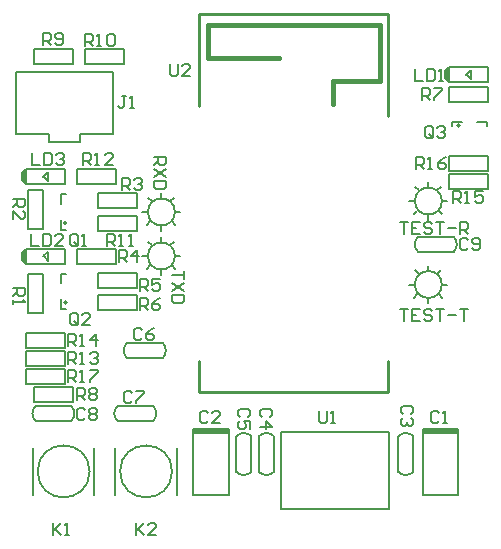
<source format=gto>
%FSLAX25Y25*%
%MOIN*%
G70*
G01*
G75*
G04 Layer_Color=65535*
%ADD10R,0.03500X0.03000*%
%ADD11R,0.02362X0.04299*%
%ADD12R,0.03000X0.03500*%
%ADD13R,0.04299X0.02362*%
%ADD14R,0.09843X0.04724*%
%ADD15R,0.11811X0.23622*%
%ADD16R,0.15748X0.06000*%
%ADD17R,0.03937X0.03937*%
%ADD18R,0.03937X0.03937*%
%ADD19R,0.05709X0.02756*%
%ADD20C,0.03000*%
%ADD21C,0.01000*%
%ADD22C,0.05000*%
%ADD23C,0.02500*%
%ADD24C,0.02000*%
%ADD25C,0.06000*%
%ADD26R,0.10000X0.16933*%
%ADD27C,0.05512*%
%ADD28C,0.06000*%
%ADD29R,0.06000X0.06000*%
%ADD30C,0.02500*%
%ADD31C,0.00500*%
%ADD32C,0.00787*%
%ADD33C,0.00600*%
%ADD34C,0.00800*%
%ADD35C,0.01500*%
%ADD36R,0.11811X0.01300*%
D21*
X136181Y49654D02*
Y59841D01*
X73189Y49654D02*
Y59841D01*
X136181Y141625D02*
Y159890D01*
X73189Y145033D02*
Y175638D01*
X136181D01*
X73189Y49654D02*
X136181D01*
Y159890D02*
Y175638D01*
D31*
X160000Y138543D02*
G03*
X160000Y138543I-500J0D01*
G01*
X30475Y40025D02*
G03*
X30475Y44975I-2475J2475D01*
G01*
X18525D02*
G03*
X18525Y40025I2475J-2475D01*
G01*
X45825Y44975D02*
G03*
X45825Y40025I2475J-2475D01*
G01*
X57775D02*
G03*
X57775Y44975I-2475J2475D01*
G01*
X49025Y65975D02*
G03*
X49025Y61025I2475J-2475D01*
G01*
X60975D02*
G03*
X60975Y65975I-2475J2475D01*
G01*
X90475Y34975D02*
G03*
X85525Y34975I-2475J-2475D01*
G01*
Y23025D02*
G03*
X90475Y23025I2475J2475D01*
G01*
X97975Y34975D02*
G03*
X93025Y34975I-2475J-2475D01*
G01*
Y23025D02*
G03*
X97975Y23025I2475J2475D01*
G01*
X144475Y34975D02*
G03*
X139525Y34975I-2475J-2475D01*
G01*
Y23025D02*
G03*
X144475Y23025I2475J2475D01*
G01*
X28957Y79500D02*
G03*
X28957Y79500I-500J0D01*
G01*
Y106000D02*
G03*
X28957Y106000I-500J0D01*
G01*
X36575Y23205D02*
G03*
X36575Y23205I-8661J0D01*
G01*
X64075D02*
G03*
X64075Y23205I-8661J0D01*
G01*
X146025Y101408D02*
G03*
X146025Y96458I2475J-2475D01*
G01*
X157975D02*
G03*
X157975Y101408I-2475J2475D01*
G01*
X155115Y156615D02*
X156358Y157858D01*
Y153000D02*
Y157858D01*
X155456Y156754D02*
X155929Y157227D01*
X155456Y153894D02*
X155929Y153421D01*
X156350Y153000D01*
X155929Y153421D02*
Y157227D01*
X155456Y153894D02*
Y156754D01*
X156500Y153000D02*
Y158000D01*
X169500Y153000D02*
Y158000D01*
X156500Y153000D02*
X169500D01*
X156500Y158000D02*
X169500D01*
X163673Y153963D02*
Y156963D01*
X162194Y155462D02*
X163673Y156941D01*
X162260Y155395D02*
X163673Y153982D01*
X156350Y153000D02*
X156500D01*
X155115Y154235D02*
X156350Y153000D01*
X155115Y154235D02*
Y156615D01*
X156500Y123500D02*
Y128500D01*
X169500Y123500D02*
Y128500D01*
X156500Y123500D02*
X169500D01*
X156500Y128500D02*
X169500D01*
Y117500D02*
Y122500D01*
X156500Y117500D02*
Y122500D01*
X169500D01*
X156500Y117500D02*
X169500D01*
X157335Y138224D02*
Y139799D01*
X160628D01*
X169146Y138224D02*
Y139799D01*
X165852D02*
X169146D01*
X156500Y151500D02*
X169500D01*
X156500Y146500D02*
X169500D01*
Y151500D01*
X156500Y146500D02*
Y151500D01*
X14115Y122615D02*
X15358Y123858D01*
Y119000D02*
Y123858D01*
X14456Y122754D02*
X14929Y123227D01*
X14456Y119894D02*
X14929Y119421D01*
X15350Y119000D01*
X14929Y119421D02*
Y123227D01*
X14456Y119894D02*
Y122754D01*
X15500Y119000D02*
Y124000D01*
X28500Y119000D02*
Y124000D01*
X15500Y119000D02*
X28500D01*
X15500Y124000D02*
X28500D01*
X22673Y119963D02*
Y122963D01*
X21193Y121461D02*
X22673Y122941D01*
X21260Y121395D02*
X22673Y119982D01*
X15350Y119000D02*
X15500D01*
X14115Y120235D02*
X15350Y119000D01*
X14115Y120235D02*
Y122615D01*
Y96115D02*
X15358Y97358D01*
Y92500D02*
Y97358D01*
X14456Y96254D02*
X14929Y96727D01*
X14456Y93394D02*
X14929Y92921D01*
X15350Y92500D01*
X14929Y92921D02*
Y96727D01*
X14456Y93394D02*
Y96254D01*
X15500Y92500D02*
Y97500D01*
X28500Y92500D02*
Y97500D01*
X15500Y92500D02*
X28500D01*
X15500Y97500D02*
X28500D01*
X22673Y93463D02*
Y96463D01*
X21193Y94962D02*
X22673Y96441D01*
X21260Y94895D02*
X22673Y93482D01*
X15350Y92500D02*
X15500D01*
X14115Y93735D02*
X15350Y92500D01*
X14115Y93735D02*
Y96115D01*
X32500Y124000D02*
X45500D01*
X32500Y119000D02*
X45500D01*
Y124000D01*
X32500Y119000D02*
Y124000D01*
Y97500D02*
X45500D01*
X32500Y92500D02*
X45500D01*
Y97500D01*
X32500Y92500D02*
Y97500D01*
X35000Y164100D02*
X48000D01*
X35000Y159100D02*
X48000D01*
Y164100D01*
X35000Y159100D02*
Y164100D01*
X18000Y159100D02*
X31000D01*
X18000Y164100D02*
X31000D01*
X18000Y159100D02*
Y164100D01*
X31000Y159100D02*
Y164100D01*
X18000Y46500D02*
X31000D01*
X18000Y51500D02*
X31000D01*
X18000Y46500D02*
Y51500D01*
X31000Y46500D02*
Y51500D01*
X39500Y82000D02*
X52500D01*
X39500Y77000D02*
X52500D01*
Y82000D01*
X39500Y77000D02*
Y82000D01*
Y89500D02*
X52500D01*
X39500Y84500D02*
X52500D01*
Y89500D01*
X39500Y84500D02*
Y89500D01*
Y108500D02*
X52500D01*
X39500Y103500D02*
X52500D01*
Y108500D01*
X39500Y103500D02*
Y108500D01*
Y116000D02*
X52500D01*
X39500Y111000D02*
X52500D01*
Y116000D01*
X39500Y111000D02*
Y116000D01*
X21000Y104000D02*
Y117000D01*
X16000Y104000D02*
Y117000D01*
Y104000D02*
X21000D01*
X16000Y117000D02*
X21000D01*
X16000Y76000D02*
Y89000D01*
X21000Y76000D02*
Y89000D01*
X16000D02*
X21000D01*
X16000Y76000D02*
X21000D01*
X18600Y45000D02*
X30400D01*
X18600Y40000D02*
X30400D01*
X45900D02*
X57700D01*
X45900Y45000D02*
X57700D01*
X49100Y61000D02*
X60900D01*
X49100Y66000D02*
X60900D01*
X85500Y23100D02*
Y34900D01*
X90500Y23100D02*
Y34900D01*
X93000Y23100D02*
Y34900D01*
X98000Y23100D02*
Y34900D01*
X139500Y23100D02*
Y34900D01*
X144500Y23100D02*
Y34900D01*
X100331Y10800D02*
X136531D01*
Y36200D01*
X100331Y10800D02*
Y36200D01*
X136531D01*
X27201Y77335D02*
X28776D01*
X27201D02*
Y80628D01*
Y89146D02*
X28776D01*
X27201Y85852D02*
Y89146D01*
Y103835D02*
X28776D01*
X27201D02*
Y107128D01*
Y115646D02*
X28776D01*
X27201Y112352D02*
Y115646D01*
X15500Y64500D02*
X28500D01*
X15500Y69500D02*
X28500D01*
X15500Y64500D02*
Y69500D01*
X28500Y64500D02*
Y69500D01*
X15500Y58500D02*
X28500D01*
X15500Y63500D02*
X28500D01*
X15500Y58500D02*
Y63500D01*
X28500Y58500D02*
Y63500D01*
X146100Y96433D02*
X157900D01*
X146100Y101433D02*
X157900D01*
X15500Y52500D02*
X28500D01*
X15500Y57500D02*
X28500D01*
X15500Y52500D02*
Y57500D01*
X28500Y52500D02*
Y57500D01*
D32*
X65000Y95000D02*
G03*
X65000Y95000I-4489J0D01*
G01*
Y109700D02*
G03*
X65000Y109700I-4489J0D01*
G01*
X154000Y85500D02*
G03*
X154000Y85500I-4489J0D01*
G01*
Y113300D02*
G03*
X154000Y113300I-4489J0D01*
G01*
X12094Y156218D02*
X44378D01*
Y135746D02*
Y156218D01*
X33354Y135746D02*
X44378D01*
X33354Y132990D02*
Y135746D01*
X23118Y132990D02*
X33354D01*
X23118D02*
Y135746D01*
X12094D02*
X23118D01*
X12094D02*
Y156218D01*
X63943Y91850D02*
X65124Y90669D01*
X55676D02*
X56857Y91850D01*
X56069Y99724D02*
X57250Y98543D01*
X63550D02*
X64731Y99724D01*
X60400Y88701D02*
Y90276D01*
Y99724D02*
Y101299D01*
X65124Y95000D02*
X66699D01*
X54101D02*
X55676D01*
X63943Y106550D02*
X65124Y105369D01*
X55676D02*
X56857Y106550D01*
X56069Y114424D02*
X57250Y113243D01*
X63550D02*
X64731Y114424D01*
X60400Y103401D02*
Y104976D01*
Y114424D02*
Y115999D01*
X65124Y109700D02*
X66699D01*
X54101D02*
X55676D01*
X152943Y82350D02*
X154124Y81169D01*
X144676D02*
X145857Y82350D01*
X145069Y90224D02*
X146250Y89043D01*
X152550D02*
X153731Y90224D01*
X149400Y79201D02*
Y80776D01*
Y90224D02*
Y91799D01*
X154124Y85500D02*
X155699D01*
X143101D02*
X144676D01*
X152943Y110150D02*
X154124Y108969D01*
X144676D02*
X145857Y110150D01*
X145069Y118024D02*
X146250Y116843D01*
X152550D02*
X153731Y118024D01*
X149400Y107001D02*
Y108576D01*
Y118024D02*
Y119599D01*
X154124Y113300D02*
X155699D01*
X143101D02*
X144676D01*
D33*
X71095Y37300D02*
X82906D01*
X71095Y35900D02*
X82906D01*
Y15200D02*
Y37300D01*
X71095Y15200D02*
X82906D01*
X71095D02*
Y37300D01*
X147594D02*
X159406D01*
X147594Y35900D02*
X159406D01*
Y15200D02*
Y37300D01*
X147594Y15200D02*
X159406D01*
X147594D02*
Y37300D01*
X145500Y124000D02*
Y127999D01*
X147499D01*
X148166Y127332D01*
Y125999D01*
X147499Y125333D01*
X145500D01*
X146833D02*
X148166Y124000D01*
X149499D02*
X150832D01*
X150165D01*
Y127999D01*
X149499Y127332D01*
X155497Y127999D02*
X154164Y127332D01*
X152831Y125999D01*
Y124667D01*
X153497Y124000D01*
X154830D01*
X155497Y124667D01*
Y125333D01*
X154830Y125999D01*
X152831D01*
X157600Y112600D02*
Y116599D01*
X159599D01*
X160266Y115932D01*
Y114599D01*
X159599Y113933D01*
X157600D01*
X158933D02*
X160266Y112600D01*
X161599D02*
X162932D01*
X162265D01*
Y116599D01*
X161599Y115932D01*
X167597Y116599D02*
X164931D01*
Y114599D01*
X166264Y115266D01*
X166930D01*
X167597Y114599D01*
Y113267D01*
X166930Y112600D01*
X165597D01*
X164931Y113267D01*
X151166Y135167D02*
Y137832D01*
X150499Y138499D01*
X149167D01*
X148500Y137832D01*
Y135167D01*
X149167Y134500D01*
X150499D01*
X149833Y135833D02*
X151166Y134500D01*
X150499D02*
X151166Y135167D01*
X152499Y137832D02*
X153165Y138499D01*
X154498D01*
X155165Y137832D01*
Y137166D01*
X154498Y136499D01*
X153832D01*
X154498D01*
X155165Y135833D01*
Y135167D01*
X154498Y134500D01*
X153165D01*
X152499Y135167D01*
X48666Y148499D02*
X47333D01*
X47999D01*
Y145167D01*
X47333Y144500D01*
X46666D01*
X46000Y145167D01*
X49999Y144500D02*
X51332D01*
X50665D01*
Y148499D01*
X49999Y147832D01*
X63500Y158999D02*
Y155666D01*
X64166Y155000D01*
X65499D01*
X66166Y155666D01*
Y158999D01*
X70165Y155000D02*
X67499D01*
X70165Y157666D01*
Y158332D01*
X69498Y158999D01*
X68165D01*
X67499Y158332D01*
X113000Y43499D02*
Y40166D01*
X113666Y39500D01*
X114999D01*
X115666Y40166D01*
Y43499D01*
X116999Y39500D02*
X118332D01*
X117665D01*
Y43499D01*
X116999Y42832D01*
X140000Y106499D02*
X142666D01*
X141333D01*
Y102500D01*
X146665Y106499D02*
X143999D01*
Y102500D01*
X146665D01*
X143999Y104499D02*
X145332D01*
X150663Y105832D02*
X149997Y106499D01*
X148664D01*
X147997Y105832D01*
Y105166D01*
X148664Y104499D01*
X149997D01*
X150663Y103833D01*
Y103166D01*
X149997Y102500D01*
X148664D01*
X147997Y103166D01*
X151996Y106499D02*
X154662D01*
X153329D01*
Y102500D01*
X155995Y104499D02*
X158661D01*
X159994Y102500D02*
Y106499D01*
X161993D01*
X162659Y105832D01*
Y104499D01*
X161993Y103833D01*
X159994D01*
X161326D02*
X162659Y102500D01*
X140000Y77499D02*
X142666D01*
X141333D01*
Y73500D01*
X146665Y77499D02*
X143999D01*
Y73500D01*
X146665D01*
X143999Y75499D02*
X145332D01*
X150663Y76832D02*
X149997Y77499D01*
X148664D01*
X147997Y76832D01*
Y76166D01*
X148664Y75499D01*
X149997D01*
X150663Y74833D01*
Y74166D01*
X149997Y73500D01*
X148664D01*
X147997Y74166D01*
X151996Y77499D02*
X154662D01*
X153329D01*
Y73500D01*
X155995Y75499D02*
X158661D01*
X159994Y77499D02*
X162659D01*
X161326D01*
Y73500D01*
X58000Y128000D02*
X61999D01*
Y126001D01*
X61332Y125334D01*
X59999D01*
X59333Y126001D01*
Y128000D01*
Y126667D02*
X58000Y125334D01*
X61999Y124001D02*
X58000Y121335D01*
X61999D02*
X58000Y124001D01*
X61999Y120003D02*
X58000D01*
Y118003D01*
X58666Y117337D01*
X61332D01*
X61999Y118003D01*
Y120003D01*
X67999Y90000D02*
Y87334D01*
Y88667D01*
X64000D01*
X67999Y86001D02*
X64000Y83336D01*
X67999D02*
X64000Y86001D01*
X67999Y82003D02*
X64000D01*
Y80003D01*
X64666Y79337D01*
X67332D01*
X67999Y80003D01*
Y82003D01*
X29500Y65000D02*
Y68999D01*
X31499D01*
X32166Y68332D01*
Y66999D01*
X31499Y66333D01*
X29500D01*
X30833D02*
X32166Y65000D01*
X33499D02*
X34832D01*
X34165D01*
Y68999D01*
X33499Y68332D01*
X38830Y65000D02*
Y68999D01*
X36831Y66999D01*
X39497D01*
X29500Y59000D02*
Y62999D01*
X31499D01*
X32166Y62332D01*
Y60999D01*
X31499Y60333D01*
X29500D01*
X30833D02*
X32166Y59000D01*
X33499D02*
X34832D01*
X34165D01*
Y62999D01*
X33499Y62332D01*
X36831D02*
X37497Y62999D01*
X38830D01*
X39497Y62332D01*
Y61666D01*
X38830Y60999D01*
X38164D01*
X38830D01*
X39497Y60333D01*
Y59666D01*
X38830Y59000D01*
X37497D01*
X36831Y59666D01*
X34500Y125500D02*
Y129499D01*
X36499D01*
X37166Y128832D01*
Y127499D01*
X36499Y126833D01*
X34500D01*
X35833D02*
X37166Y125500D01*
X38499D02*
X39832D01*
X39165D01*
Y129499D01*
X38499Y128832D01*
X44497Y125500D02*
X41831D01*
X44497Y128166D01*
Y128832D01*
X43830Y129499D01*
X42497D01*
X41831Y128832D01*
X46500Y93000D02*
Y96999D01*
X48499D01*
X49166Y96332D01*
Y94999D01*
X48499Y94333D01*
X46500D01*
X47833D02*
X49166Y93000D01*
X52498D02*
Y96999D01*
X50499Y94999D01*
X53164D01*
X35000Y165000D02*
Y168999D01*
X36999D01*
X37666Y168332D01*
Y166999D01*
X36999Y166333D01*
X35000D01*
X36333D02*
X37666Y165000D01*
X38999D02*
X40332D01*
X39665D01*
Y168999D01*
X38999Y168332D01*
X42331D02*
X42997Y168999D01*
X44330D01*
X44997Y168332D01*
Y165666D01*
X44330Y165000D01*
X42997D01*
X42331Y165666D01*
Y168332D01*
X21000Y165500D02*
Y169499D01*
X22999D01*
X23666Y168832D01*
Y167499D01*
X22999Y166833D01*
X21000D01*
X22333D02*
X23666Y165500D01*
X24999Y166166D02*
X25665Y165500D01*
X26998D01*
X27665Y166166D01*
Y168832D01*
X26998Y169499D01*
X25665D01*
X24999Y168832D01*
Y168166D01*
X25665Y167499D01*
X27665D01*
X32500Y47000D02*
Y50999D01*
X34499D01*
X35166Y50332D01*
Y48999D01*
X34499Y48333D01*
X32500D01*
X33833D02*
X35166Y47000D01*
X36499Y50332D02*
X37165Y50999D01*
X38498D01*
X39165Y50332D01*
Y49666D01*
X38498Y48999D01*
X39165Y48333D01*
Y47666D01*
X38498Y47000D01*
X37165D01*
X36499Y47666D01*
Y48333D01*
X37165Y48999D01*
X36499Y49666D01*
Y50332D01*
X37165Y48999D02*
X38498D01*
X147500Y147000D02*
Y150999D01*
X149499D01*
X150166Y150332D01*
Y148999D01*
X149499Y148333D01*
X147500D01*
X148833D02*
X150166Y147000D01*
X151499Y150999D02*
X154165D01*
Y150332D01*
X151499Y147667D01*
Y147000D01*
X53500Y77000D02*
Y80999D01*
X55499D01*
X56166Y80332D01*
Y78999D01*
X55499Y78333D01*
X53500D01*
X54833D02*
X56166Y77000D01*
X60164Y80999D02*
X58832Y80332D01*
X57499Y78999D01*
Y77666D01*
X58165Y77000D01*
X59498D01*
X60164Y77666D01*
Y78333D01*
X59498Y78999D01*
X57499D01*
X53500Y83500D02*
Y87499D01*
X55499D01*
X56166Y86832D01*
Y85499D01*
X55499Y84833D01*
X53500D01*
X54833D02*
X56166Y83500D01*
X60164Y87499D02*
X57499D01*
Y85499D01*
X58832Y86166D01*
X59498D01*
X60164Y85499D01*
Y84166D01*
X59498Y83500D01*
X58165D01*
X57499Y84166D01*
X42500Y98500D02*
Y102499D01*
X44499D01*
X45166Y101832D01*
Y100499D01*
X44499Y99833D01*
X42500D01*
X43833D02*
X45166Y98500D01*
X46499D02*
X47832D01*
X47165D01*
Y102499D01*
X46499Y101832D01*
X49831Y98500D02*
X51164D01*
X50497D01*
Y102499D01*
X49831Y101832D01*
X47500Y117000D02*
Y120999D01*
X49499D01*
X50166Y120332D01*
Y118999D01*
X49499Y118333D01*
X47500D01*
X48833D02*
X50166Y117000D01*
X51499Y120332D02*
X52165Y120999D01*
X53498D01*
X54164Y120332D01*
Y119666D01*
X53498Y118999D01*
X52832D01*
X53498D01*
X54164Y118333D01*
Y117666D01*
X53498Y117000D01*
X52165D01*
X51499Y117666D01*
X11000Y114000D02*
X14999D01*
Y112001D01*
X14332Y111334D01*
X12999D01*
X12333Y112001D01*
Y114000D01*
Y112667D02*
X11000Y111334D01*
Y107335D02*
Y110001D01*
X13666Y107335D01*
X14332D01*
X14999Y108002D01*
Y109335D01*
X14332Y110001D01*
X11000Y84500D02*
X14999D01*
Y82501D01*
X14332Y81834D01*
X12999D01*
X12333Y82501D01*
Y84500D01*
Y83167D02*
X11000Y81834D01*
Y80501D02*
Y79168D01*
Y79835D01*
X14999D01*
X14332Y80501D01*
X32666Y72666D02*
Y75332D01*
X31999Y75999D01*
X30666D01*
X30000Y75332D01*
Y72666D01*
X30666Y72000D01*
X31999D01*
X31333Y73333D02*
X32666Y72000D01*
X31999D02*
X32666Y72666D01*
X36665Y72000D02*
X33999D01*
X36665Y74666D01*
Y75332D01*
X35998Y75999D01*
X34665D01*
X33999Y75332D01*
X32666Y99166D02*
Y101832D01*
X31999Y102499D01*
X30666D01*
X30000Y101832D01*
Y99166D01*
X30666Y98500D01*
X31999D01*
X31333Y99833D02*
X32666Y98500D01*
X31999D02*
X32666Y99166D01*
X33999Y98500D02*
X35332D01*
X34665D01*
Y102499D01*
X33999Y101832D01*
X17500Y129499D02*
Y125500D01*
X20166D01*
X21499Y129499D02*
Y125500D01*
X23498D01*
X24164Y126166D01*
Y128832D01*
X23498Y129499D01*
X21499D01*
X25497Y128832D02*
X26164Y129499D01*
X27497D01*
X28163Y128832D01*
Y128166D01*
X27497Y127499D01*
X26830D01*
X27497D01*
X28163Y126833D01*
Y126166D01*
X27497Y125500D01*
X26164D01*
X25497Y126166D01*
X17000Y102499D02*
Y98500D01*
X19666D01*
X20999Y102499D02*
Y98500D01*
X22998D01*
X23664Y99166D01*
Y101832D01*
X22998Y102499D01*
X20999D01*
X27663Y98500D02*
X24997D01*
X27663Y101166D01*
Y101832D01*
X26997Y102499D01*
X25664D01*
X24997Y101832D01*
X145000Y157499D02*
Y153500D01*
X147666D01*
X148999Y157499D02*
Y153500D01*
X150998D01*
X151664Y154166D01*
Y156832D01*
X150998Y157499D01*
X148999D01*
X152997Y153500D02*
X154330D01*
X153664D01*
Y157499D01*
X152997Y156832D01*
X52000Y5999D02*
Y2000D01*
Y3333D01*
X54666Y5999D01*
X52666Y3999D01*
X54666Y2000D01*
X58665D02*
X55999D01*
X58665Y4666D01*
Y5332D01*
X57998Y5999D01*
X56665D01*
X55999Y5332D01*
X24500Y5999D02*
Y2000D01*
Y3333D01*
X27166Y5999D01*
X25166Y3999D01*
X27166Y2000D01*
X28499D02*
X29832D01*
X29165D01*
Y5999D01*
X28499Y5332D01*
X162666Y100332D02*
X161999Y100999D01*
X160667D01*
X160000Y100332D01*
Y97666D01*
X160667Y97000D01*
X161999D01*
X162666Y97666D01*
X163999D02*
X164665Y97000D01*
X165998D01*
X166665Y97666D01*
Y100332D01*
X165998Y100999D01*
X164665D01*
X163999Y100332D01*
Y99666D01*
X164665Y98999D01*
X166665D01*
X35166Y43832D02*
X34499Y44499D01*
X33166D01*
X32500Y43832D01*
Y41166D01*
X33166Y40500D01*
X34499D01*
X35166Y41166D01*
X36499Y43832D02*
X37165Y44499D01*
X38498D01*
X39165Y43832D01*
Y43166D01*
X38498Y42499D01*
X39165Y41833D01*
Y41166D01*
X38498Y40500D01*
X37165D01*
X36499Y41166D01*
Y41833D01*
X37165Y42499D01*
X36499Y43166D01*
Y43832D01*
X37165Y42499D02*
X38498D01*
X50766Y49332D02*
X50099Y49999D01*
X48766D01*
X48100Y49332D01*
Y46666D01*
X48766Y46000D01*
X50099D01*
X50766Y46666D01*
X52099Y49999D02*
X54764D01*
Y49332D01*
X52099Y46666D01*
Y46000D01*
X54166Y70332D02*
X53499Y70999D01*
X52166D01*
X51500Y70332D01*
Y67666D01*
X52166Y67000D01*
X53499D01*
X54166Y67666D01*
X58165Y70999D02*
X56832Y70332D01*
X55499Y68999D01*
Y67666D01*
X56165Y67000D01*
X57498D01*
X58165Y67666D01*
Y68333D01*
X57498Y68999D01*
X55499D01*
X89332Y41334D02*
X89999Y42001D01*
Y43334D01*
X89332Y44000D01*
X86666D01*
X86000Y43334D01*
Y42001D01*
X86666Y41334D01*
X89999Y37336D02*
Y40001D01*
X87999D01*
X88666Y38668D01*
Y38002D01*
X87999Y37336D01*
X86666D01*
X86000Y38002D01*
Y39335D01*
X86666Y40001D01*
X96832Y41334D02*
X97499Y42001D01*
Y43334D01*
X96832Y44000D01*
X94166D01*
X93500Y43334D01*
Y42001D01*
X94166Y41334D01*
X93500Y38002D02*
X97499D01*
X95499Y40001D01*
Y37336D01*
X143832Y42334D02*
X144499Y43001D01*
Y44334D01*
X143832Y45000D01*
X141166D01*
X140500Y44334D01*
Y43001D01*
X141166Y42334D01*
X143832Y41001D02*
X144499Y40335D01*
Y39002D01*
X143832Y38335D01*
X143166D01*
X142499Y39002D01*
Y39668D01*
Y39002D01*
X141833Y38335D01*
X141166D01*
X140500Y39002D01*
Y40335D01*
X141166Y41001D01*
X76166Y42832D02*
X75499Y43499D01*
X74166D01*
X73500Y42832D01*
Y40166D01*
X74166Y39500D01*
X75499D01*
X76166Y40166D01*
X80164Y39500D02*
X77499D01*
X80164Y42166D01*
Y42832D01*
X79498Y43499D01*
X78165D01*
X77499Y42832D01*
X153166D02*
X152499Y43499D01*
X151166D01*
X150500Y42832D01*
Y40166D01*
X151166Y39500D01*
X152499D01*
X153166Y40166D01*
X154499Y39500D02*
X155832D01*
X155165D01*
Y43499D01*
X154499Y42832D01*
X29500Y53000D02*
Y56999D01*
X31499D01*
X32166Y56332D01*
Y54999D01*
X31499Y54333D01*
X29500D01*
X30833D02*
X32166Y53000D01*
X33499D02*
X34832D01*
X34165D01*
Y56999D01*
X33499Y56332D01*
X36831Y56999D02*
X39497D01*
Y56332D01*
X36831Y53666D01*
Y53000D01*
D34*
X17677Y15331D02*
Y31079D01*
X38150Y15331D02*
Y31079D01*
X45177Y15331D02*
Y31079D01*
X65650Y15331D02*
Y31079D01*
D35*
X75945Y161071D02*
X99567D01*
X75945D02*
Y172095D01*
X133425D01*
Y153197D02*
Y172095D01*
X117677Y153197D02*
X133425D01*
X117677Y145717D02*
Y153197D01*
D36*
X77078Y36738D02*
D03*
X153586Y36715D02*
D03*
M02*

</source>
